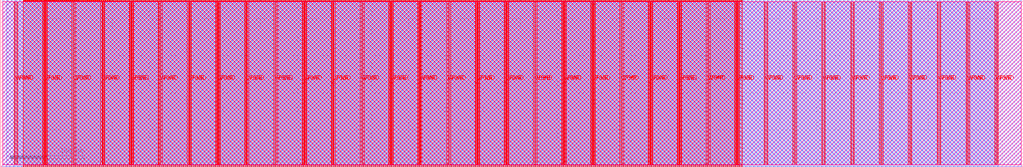
<source format=lef>
VERSION 5.7 ;
  NOWIREEXTENSIONATPIN ON ;
  DIVIDERCHAR "/" ;
  BUSBITCHARS "[]" ;
MACRO tt_um_rejunity_lgn_mnist
  CLASS BLOCK ;
  FOREIGN tt_um_rejunity_lgn_mnist ;
  ORIGIN 0.000 0.000 ;
  SIZE 1378.160 BY 225.760 ;
  PIN VGND
    DIRECTION INOUT ;
    USE GROUND ;
    PORT
      LAYER met4 ;
        RECT 21.580 2.480 23.180 223.280 ;
    END
    PORT
      LAYER met4 ;
        RECT 60.450 2.480 62.050 223.280 ;
    END
    PORT
      LAYER met4 ;
        RECT 99.320 2.480 100.920 223.280 ;
    END
    PORT
      LAYER met4 ;
        RECT 138.190 2.480 139.790 223.280 ;
    END
    PORT
      LAYER met4 ;
        RECT 177.060 2.480 178.660 223.280 ;
    END
    PORT
      LAYER met4 ;
        RECT 215.930 2.480 217.530 223.280 ;
    END
    PORT
      LAYER met4 ;
        RECT 254.800 2.480 256.400 223.280 ;
    END
    PORT
      LAYER met4 ;
        RECT 293.670 2.480 295.270 223.280 ;
    END
    PORT
      LAYER met4 ;
        RECT 332.540 2.480 334.140 223.280 ;
    END
    PORT
      LAYER met4 ;
        RECT 371.410 2.480 373.010 223.280 ;
    END
    PORT
      LAYER met4 ;
        RECT 410.280 2.480 411.880 223.280 ;
    END
    PORT
      LAYER met4 ;
        RECT 449.150 2.480 450.750 223.280 ;
    END
    PORT
      LAYER met4 ;
        RECT 488.020 2.480 489.620 223.280 ;
    END
    PORT
      LAYER met4 ;
        RECT 526.890 2.480 528.490 223.280 ;
    END
    PORT
      LAYER met4 ;
        RECT 565.760 2.480 567.360 223.280 ;
    END
    PORT
      LAYER met4 ;
        RECT 604.630 2.480 606.230 223.280 ;
    END
    PORT
      LAYER met4 ;
        RECT 643.500 2.480 645.100 223.280 ;
    END
    PORT
      LAYER met4 ;
        RECT 682.370 2.480 683.970 223.280 ;
    END
    PORT
      LAYER met4 ;
        RECT 721.240 2.480 722.840 223.280 ;
    END
    PORT
      LAYER met4 ;
        RECT 760.110 2.480 761.710 223.280 ;
    END
    PORT
      LAYER met4 ;
        RECT 798.980 2.480 800.580 223.280 ;
    END
    PORT
      LAYER met4 ;
        RECT 837.850 2.480 839.450 223.280 ;
    END
    PORT
      LAYER met4 ;
        RECT 876.720 2.480 878.320 223.280 ;
    END
    PORT
      LAYER met4 ;
        RECT 915.590 2.480 917.190 223.280 ;
    END
    PORT
      LAYER met4 ;
        RECT 954.460 2.480 956.060 223.280 ;
    END
    PORT
      LAYER met4 ;
        RECT 993.330 2.480 994.930 223.280 ;
    END
    PORT
      LAYER met4 ;
        RECT 1032.200 2.480 1033.800 223.280 ;
    END
    PORT
      LAYER met4 ;
        RECT 1071.070 2.480 1072.670 223.280 ;
    END
    PORT
      LAYER met4 ;
        RECT 1109.940 2.480 1111.540 223.280 ;
    END
    PORT
      LAYER met4 ;
        RECT 1148.810 2.480 1150.410 223.280 ;
    END
    PORT
      LAYER met4 ;
        RECT 1187.680 2.480 1189.280 223.280 ;
    END
    PORT
      LAYER met4 ;
        RECT 1226.550 2.480 1228.150 223.280 ;
    END
    PORT
      LAYER met4 ;
        RECT 1265.420 2.480 1267.020 223.280 ;
    END
    PORT
      LAYER met4 ;
        RECT 1304.290 2.480 1305.890 223.280 ;
    END
    PORT
      LAYER met4 ;
        RECT 1343.160 2.480 1344.760 223.280 ;
    END
  END VGND
  PIN VPWR
    DIRECTION INOUT ;
    USE POWER ;
    PORT
      LAYER met4 ;
        RECT 18.280 2.480 19.880 223.280 ;
    END
    PORT
      LAYER met4 ;
        RECT 57.150 2.480 58.750 223.280 ;
    END
    PORT
      LAYER met4 ;
        RECT 96.020 2.480 97.620 223.280 ;
    END
    PORT
      LAYER met4 ;
        RECT 134.890 2.480 136.490 223.280 ;
    END
    PORT
      LAYER met4 ;
        RECT 173.760 2.480 175.360 223.280 ;
    END
    PORT
      LAYER met4 ;
        RECT 212.630 2.480 214.230 223.280 ;
    END
    PORT
      LAYER met4 ;
        RECT 251.500 2.480 253.100 223.280 ;
    END
    PORT
      LAYER met4 ;
        RECT 290.370 2.480 291.970 223.280 ;
    END
    PORT
      LAYER met4 ;
        RECT 329.240 2.480 330.840 223.280 ;
    END
    PORT
      LAYER met4 ;
        RECT 368.110 2.480 369.710 223.280 ;
    END
    PORT
      LAYER met4 ;
        RECT 406.980 2.480 408.580 223.280 ;
    END
    PORT
      LAYER met4 ;
        RECT 445.850 2.480 447.450 223.280 ;
    END
    PORT
      LAYER met4 ;
        RECT 484.720 2.480 486.320 223.280 ;
    END
    PORT
      LAYER met4 ;
        RECT 523.590 2.480 525.190 223.280 ;
    END
    PORT
      LAYER met4 ;
        RECT 562.460 2.480 564.060 223.280 ;
    END
    PORT
      LAYER met4 ;
        RECT 601.330 2.480 602.930 223.280 ;
    END
    PORT
      LAYER met4 ;
        RECT 640.200 2.480 641.800 223.280 ;
    END
    PORT
      LAYER met4 ;
        RECT 679.070 2.480 680.670 223.280 ;
    END
    PORT
      LAYER met4 ;
        RECT 717.940 2.480 719.540 223.280 ;
    END
    PORT
      LAYER met4 ;
        RECT 756.810 2.480 758.410 223.280 ;
    END
    PORT
      LAYER met4 ;
        RECT 795.680 2.480 797.280 223.280 ;
    END
    PORT
      LAYER met4 ;
        RECT 834.550 2.480 836.150 223.280 ;
    END
    PORT
      LAYER met4 ;
        RECT 873.420 2.480 875.020 223.280 ;
    END
    PORT
      LAYER met4 ;
        RECT 912.290 2.480 913.890 223.280 ;
    END
    PORT
      LAYER met4 ;
        RECT 951.160 2.480 952.760 223.280 ;
    END
    PORT
      LAYER met4 ;
        RECT 990.030 2.480 991.630 223.280 ;
    END
    PORT
      LAYER met4 ;
        RECT 1028.900 2.480 1030.500 223.280 ;
    END
    PORT
      LAYER met4 ;
        RECT 1067.770 2.480 1069.370 223.280 ;
    END
    PORT
      LAYER met4 ;
        RECT 1106.640 2.480 1108.240 223.280 ;
    END
    PORT
      LAYER met4 ;
        RECT 1145.510 2.480 1147.110 223.280 ;
    END
    PORT
      LAYER met4 ;
        RECT 1184.380 2.480 1185.980 223.280 ;
    END
    PORT
      LAYER met4 ;
        RECT 1223.250 2.480 1224.850 223.280 ;
    END
    PORT
      LAYER met4 ;
        RECT 1262.120 2.480 1263.720 223.280 ;
    END
    PORT
      LAYER met4 ;
        RECT 1300.990 2.480 1302.590 223.280 ;
    END
    PORT
      LAYER met4 ;
        RECT 1339.860 2.480 1341.460 223.280 ;
    END
  END VPWR
  PIN clk
    DIRECTION INPUT ;
    USE SIGNAL ;
    ANTENNAGATEAREA 0.852000 ;
    PORT
      LAYER met4 ;
        RECT 143.830 224.760 144.130 225.760 ;
    END
  END clk
  PIN ena
    DIRECTION INPUT ;
    USE SIGNAL ;
    PORT
      LAYER met4 ;
        RECT 146.590 224.760 146.890 225.760 ;
    END
  END ena
  PIN rst_n
    DIRECTION INPUT ;
    USE SIGNAL ;
    PORT
      LAYER met4 ;
        RECT 141.070 224.760 141.370 225.760 ;
    END
  END rst_n
  PIN ui_in[0]
    DIRECTION INPUT ;
    USE SIGNAL ;
    ANTENNAGATEAREA 0.196500 ;
    PORT
      LAYER met4 ;
        RECT 138.310 224.760 138.610 225.760 ;
    END
  END ui_in[0]
  PIN ui_in[1]
    DIRECTION INPUT ;
    USE SIGNAL ;
    ANTENNAGATEAREA 0.196500 ;
    PORT
      LAYER met4 ;
        RECT 135.550 224.760 135.850 225.760 ;
    END
  END ui_in[1]
  PIN ui_in[2]
    DIRECTION INPUT ;
    USE SIGNAL ;
    ANTENNAGATEAREA 0.196500 ;
    PORT
      LAYER met4 ;
        RECT 132.790 224.760 133.090 225.760 ;
    END
  END ui_in[2]
  PIN ui_in[3]
    DIRECTION INPUT ;
    USE SIGNAL ;
    ANTENNAGATEAREA 0.196500 ;
    PORT
      LAYER met4 ;
        RECT 130.030 224.760 130.330 225.760 ;
    END
  END ui_in[3]
  PIN ui_in[4]
    DIRECTION INPUT ;
    USE SIGNAL ;
    ANTENNAGATEAREA 0.196500 ;
    PORT
      LAYER met4 ;
        RECT 127.270 224.760 127.570 225.760 ;
    END
  END ui_in[4]
  PIN ui_in[5]
    DIRECTION INPUT ;
    USE SIGNAL ;
    ANTENNAGATEAREA 0.196500 ;
    PORT
      LAYER met4 ;
        RECT 124.510 224.760 124.810 225.760 ;
    END
  END ui_in[5]
  PIN ui_in[6]
    DIRECTION INPUT ;
    USE SIGNAL ;
    ANTENNAGATEAREA 0.196500 ;
    PORT
      LAYER met4 ;
        RECT 121.750 224.760 122.050 225.760 ;
    END
  END ui_in[6]
  PIN ui_in[7]
    DIRECTION INPUT ;
    USE SIGNAL ;
    ANTENNAGATEAREA 0.196500 ;
    PORT
      LAYER met4 ;
        RECT 118.990 224.760 119.290 225.760 ;
    END
  END ui_in[7]
  PIN uio_in[0]
    DIRECTION INPUT ;
    USE SIGNAL ;
    PORT
      LAYER met4 ;
        RECT 116.230 224.760 116.530 225.760 ;
    END
  END uio_in[0]
  PIN uio_in[1]
    DIRECTION INPUT ;
    USE SIGNAL ;
    PORT
      LAYER met4 ;
        RECT 113.470 224.760 113.770 225.760 ;
    END
  END uio_in[1]
  PIN uio_in[2]
    DIRECTION INPUT ;
    USE SIGNAL ;
    PORT
      LAYER met4 ;
        RECT 110.710 224.760 111.010 225.760 ;
    END
  END uio_in[2]
  PIN uio_in[3]
    DIRECTION INPUT ;
    USE SIGNAL ;
    PORT
      LAYER met4 ;
        RECT 107.950 224.760 108.250 225.760 ;
    END
  END uio_in[3]
  PIN uio_in[4]
    DIRECTION INPUT ;
    USE SIGNAL ;
    PORT
      LAYER met4 ;
        RECT 105.190 224.760 105.490 225.760 ;
    END
  END uio_in[4]
  PIN uio_in[5]
    DIRECTION INPUT ;
    USE SIGNAL ;
    PORT
      LAYER met4 ;
        RECT 102.430 224.760 102.730 225.760 ;
    END
  END uio_in[5]
  PIN uio_in[6]
    DIRECTION INPUT ;
    USE SIGNAL ;
    PORT
      LAYER met4 ;
        RECT 99.670 224.760 99.970 225.760 ;
    END
  END uio_in[6]
  PIN uio_in[7]
    DIRECTION INPUT ;
    USE SIGNAL ;
    ANTENNAGATEAREA 0.196500 ;
    PORT
      LAYER met4 ;
        RECT 96.910 224.760 97.210 225.760 ;
    END
  END uio_in[7]
  PIN uio_oe[0]
    DIRECTION OUTPUT ;
    USE SIGNAL ;
    PORT
      LAYER met4 ;
        RECT 49.990 224.760 50.290 225.760 ;
    END
  END uio_oe[0]
  PIN uio_oe[1]
    DIRECTION OUTPUT ;
    USE SIGNAL ;
    PORT
      LAYER met4 ;
        RECT 47.230 224.760 47.530 225.760 ;
    END
  END uio_oe[1]
  PIN uio_oe[2]
    DIRECTION OUTPUT ;
    USE SIGNAL ;
    PORT
      LAYER met4 ;
        RECT 44.470 224.760 44.770 225.760 ;
    END
  END uio_oe[2]
  PIN uio_oe[3]
    DIRECTION OUTPUT ;
    USE SIGNAL ;
    PORT
      LAYER met4 ;
        RECT 41.710 224.760 42.010 225.760 ;
    END
  END uio_oe[3]
  PIN uio_oe[4]
    DIRECTION OUTPUT ;
    USE SIGNAL ;
    PORT
      LAYER met4 ;
        RECT 38.950 224.760 39.250 225.760 ;
    END
  END uio_oe[4]
  PIN uio_oe[5]
    DIRECTION OUTPUT ;
    USE SIGNAL ;
    PORT
      LAYER met4 ;
        RECT 36.190 224.760 36.490 225.760 ;
    END
  END uio_oe[5]
  PIN uio_oe[6]
    DIRECTION OUTPUT ;
    USE SIGNAL ;
    PORT
      LAYER met4 ;
        RECT 33.430 224.760 33.730 225.760 ;
    END
  END uio_oe[6]
  PIN uio_oe[7]
    DIRECTION OUTPUT ;
    USE SIGNAL ;
    PORT
      LAYER met4 ;
        RECT 30.670 224.760 30.970 225.760 ;
    END
  END uio_oe[7]
  PIN uio_out[0]
    DIRECTION OUTPUT ;
    USE SIGNAL ;
    ANTENNADIFFAREA 1.484000 ;
    PORT
      LAYER met4 ;
        RECT 72.070 224.760 72.370 225.760 ;
    END
  END uio_out[0]
  PIN uio_out[1]
    DIRECTION OUTPUT ;
    USE SIGNAL ;
    ANTENNADIFFAREA 0.891000 ;
    PORT
      LAYER met4 ;
        RECT 69.310 224.760 69.610 225.760 ;
    END
  END uio_out[1]
  PIN uio_out[2]
    DIRECTION OUTPUT ;
    USE SIGNAL ;
    ANTENNADIFFAREA 0.891000 ;
    PORT
      LAYER met4 ;
        RECT 66.550 224.760 66.850 225.760 ;
    END
  END uio_out[2]
  PIN uio_out[3]
    DIRECTION OUTPUT ;
    USE SIGNAL ;
    ANTENNADIFFAREA 0.891000 ;
    PORT
      LAYER met4 ;
        RECT 63.790 224.760 64.090 225.760 ;
    END
  END uio_out[3]
  PIN uio_out[4]
    DIRECTION OUTPUT ;
    USE SIGNAL ;
    ANTENNADIFFAREA 0.891000 ;
    PORT
      LAYER met4 ;
        RECT 61.030 224.760 61.330 225.760 ;
    END
  END uio_out[4]
  PIN uio_out[5]
    DIRECTION OUTPUT ;
    USE SIGNAL ;
    ANTENNADIFFAREA 0.891000 ;
    PORT
      LAYER met4 ;
        RECT 58.270 224.760 58.570 225.760 ;
    END
  END uio_out[5]
  PIN uio_out[6]
    DIRECTION OUTPUT ;
    USE SIGNAL ;
    ANTENNADIFFAREA 0.891000 ;
    PORT
      LAYER met4 ;
        RECT 55.510 224.760 55.810 225.760 ;
    END
  END uio_out[6]
  PIN uio_out[7]
    DIRECTION OUTPUT ;
    USE SIGNAL ;
    PORT
      LAYER met4 ;
        RECT 52.750 224.760 53.050 225.760 ;
    END
  END uio_out[7]
  PIN uo_out[0]
    DIRECTION OUTPUT ;
    USE SIGNAL ;
    ANTENNADIFFAREA 0.891000 ;
    PORT
      LAYER met4 ;
        RECT 94.150 224.760 94.450 225.760 ;
    END
  END uo_out[0]
  PIN uo_out[1]
    DIRECTION OUTPUT ;
    USE SIGNAL ;
    ANTENNADIFFAREA 1.431000 ;
    PORT
      LAYER met4 ;
        RECT 91.390 224.760 91.690 225.760 ;
    END
  END uo_out[1]
  PIN uo_out[2]
    DIRECTION OUTPUT ;
    USE SIGNAL ;
    ANTENNADIFFAREA 1.431000 ;
    PORT
      LAYER met4 ;
        RECT 88.630 224.760 88.930 225.760 ;
    END
  END uo_out[2]
  PIN uo_out[3]
    DIRECTION OUTPUT ;
    USE SIGNAL ;
    ANTENNADIFFAREA 0.891000 ;
    PORT
      LAYER met4 ;
        RECT 85.870 224.760 86.170 225.760 ;
    END
  END uo_out[3]
  PIN uo_out[4]
    DIRECTION OUTPUT ;
    USE SIGNAL ;
    ANTENNAGATEAREA 0.247500 ;
    ANTENNADIFFAREA 0.643500 ;
    PORT
      LAYER met4 ;
        RECT 83.110 224.760 83.410 225.760 ;
    END
  END uo_out[4]
  PIN uo_out[5]
    DIRECTION OUTPUT ;
    USE SIGNAL ;
    ANTENNADIFFAREA 1.431000 ;
    PORT
      LAYER met4 ;
        RECT 80.350 224.760 80.650 225.760 ;
    END
  END uo_out[5]
  PIN uo_out[6]
    DIRECTION OUTPUT ;
    USE SIGNAL ;
    ANTENNADIFFAREA 0.891000 ;
    PORT
      LAYER met4 ;
        RECT 77.590 224.760 77.890 225.760 ;
    END
  END uo_out[6]
  PIN uo_out[7]
    DIRECTION OUTPUT ;
    USE SIGNAL ;
    ANTENNADIFFAREA 0.445500 ;
    PORT
      LAYER met4 ;
        RECT 74.830 224.760 75.130 225.760 ;
    END
  END uo_out[7]
  OBS
      LAYER nwell ;
        RECT 2.570 2.635 1375.590 223.230 ;
      LAYER li1 ;
        RECT 2.760 2.635 1375.400 223.125 ;
      LAYER met1 ;
        RECT 2.760 0.040 1375.400 225.720 ;
      LAYER met2 ;
        RECT 8.380 0.010 1344.730 225.750 ;
      LAYER met3 ;
        RECT 18.290 0.175 1344.750 225.585 ;
      LAYER met4 ;
        RECT 31.370 224.360 33.030 225.585 ;
        RECT 34.130 224.360 35.790 225.585 ;
        RECT 36.890 224.360 38.550 225.585 ;
        RECT 39.650 224.360 41.310 225.585 ;
        RECT 42.410 224.360 44.070 225.585 ;
        RECT 45.170 224.360 46.830 225.585 ;
        RECT 47.930 224.360 49.590 225.585 ;
        RECT 50.690 224.360 52.350 225.585 ;
        RECT 53.450 224.360 55.110 225.585 ;
        RECT 56.210 224.360 57.870 225.585 ;
        RECT 58.970 224.360 60.630 225.585 ;
        RECT 61.730 224.360 63.390 225.585 ;
        RECT 64.490 224.360 66.150 225.585 ;
        RECT 67.250 224.360 68.910 225.585 ;
        RECT 70.010 224.360 71.670 225.585 ;
        RECT 72.770 224.360 74.430 225.585 ;
        RECT 75.530 224.360 77.190 225.585 ;
        RECT 78.290 224.360 79.950 225.585 ;
        RECT 81.050 224.360 82.710 225.585 ;
        RECT 83.810 224.360 85.470 225.585 ;
        RECT 86.570 224.360 88.230 225.585 ;
        RECT 89.330 224.360 90.990 225.585 ;
        RECT 92.090 224.360 93.750 225.585 ;
        RECT 94.850 224.360 96.510 225.585 ;
        RECT 97.610 224.360 99.270 225.585 ;
        RECT 100.370 224.360 102.030 225.585 ;
        RECT 103.130 224.360 104.790 225.585 ;
        RECT 105.890 224.360 107.550 225.585 ;
        RECT 108.650 224.360 110.310 225.585 ;
        RECT 111.410 224.360 113.070 225.585 ;
        RECT 114.170 224.360 115.830 225.585 ;
        RECT 116.930 224.360 118.590 225.585 ;
        RECT 119.690 224.360 121.350 225.585 ;
        RECT 122.450 224.360 124.110 225.585 ;
        RECT 125.210 224.360 126.870 225.585 ;
        RECT 127.970 224.360 129.630 225.585 ;
        RECT 130.730 224.360 132.390 225.585 ;
        RECT 133.490 224.360 135.150 225.585 ;
        RECT 136.250 224.360 137.910 225.585 ;
        RECT 139.010 224.360 140.670 225.585 ;
        RECT 141.770 224.360 143.430 225.585 ;
        RECT 144.530 224.360 146.190 225.585 ;
        RECT 147.290 224.360 999.745 225.585 ;
        RECT 30.655 223.680 999.745 224.360 ;
        RECT 30.655 2.080 56.750 223.680 ;
        RECT 59.150 2.080 60.050 223.680 ;
        RECT 62.450 2.080 95.620 223.680 ;
        RECT 98.020 2.080 98.920 223.680 ;
        RECT 101.320 2.080 134.490 223.680 ;
        RECT 136.890 2.080 137.790 223.680 ;
        RECT 140.190 2.080 173.360 223.680 ;
        RECT 175.760 2.080 176.660 223.680 ;
        RECT 179.060 2.080 212.230 223.680 ;
        RECT 214.630 2.080 215.530 223.680 ;
        RECT 217.930 2.080 251.100 223.680 ;
        RECT 253.500 2.080 254.400 223.680 ;
        RECT 256.800 2.080 289.970 223.680 ;
        RECT 292.370 2.080 293.270 223.680 ;
        RECT 295.670 2.080 328.840 223.680 ;
        RECT 331.240 2.080 332.140 223.680 ;
        RECT 334.540 2.080 367.710 223.680 ;
        RECT 370.110 2.080 371.010 223.680 ;
        RECT 373.410 2.080 406.580 223.680 ;
        RECT 408.980 2.080 409.880 223.680 ;
        RECT 412.280 2.080 445.450 223.680 ;
        RECT 447.850 2.080 448.750 223.680 ;
        RECT 451.150 2.080 484.320 223.680 ;
        RECT 486.720 2.080 487.620 223.680 ;
        RECT 490.020 2.080 523.190 223.680 ;
        RECT 525.590 2.080 526.490 223.680 ;
        RECT 528.890 2.080 562.060 223.680 ;
        RECT 564.460 2.080 565.360 223.680 ;
        RECT 567.760 2.080 600.930 223.680 ;
        RECT 603.330 2.080 604.230 223.680 ;
        RECT 606.630 2.080 639.800 223.680 ;
        RECT 642.200 2.080 643.100 223.680 ;
        RECT 645.500 2.080 678.670 223.680 ;
        RECT 681.070 2.080 681.970 223.680 ;
        RECT 684.370 2.080 717.540 223.680 ;
        RECT 719.940 2.080 720.840 223.680 ;
        RECT 723.240 2.080 756.410 223.680 ;
        RECT 758.810 2.080 759.710 223.680 ;
        RECT 762.110 2.080 795.280 223.680 ;
        RECT 797.680 2.080 798.580 223.680 ;
        RECT 800.980 2.080 834.150 223.680 ;
        RECT 836.550 2.080 837.450 223.680 ;
        RECT 839.850 2.080 873.020 223.680 ;
        RECT 875.420 2.080 876.320 223.680 ;
        RECT 878.720 2.080 911.890 223.680 ;
        RECT 914.290 2.080 915.190 223.680 ;
        RECT 917.590 2.080 950.760 223.680 ;
        RECT 953.160 2.080 954.060 223.680 ;
        RECT 956.460 2.080 989.630 223.680 ;
        RECT 992.030 2.080 992.930 223.680 ;
        RECT 995.330 2.080 999.745 223.680 ;
        RECT 30.655 0.175 999.745 2.080 ;
  END
END tt_um_rejunity_lgn_mnist
END LIBRARY


</source>
